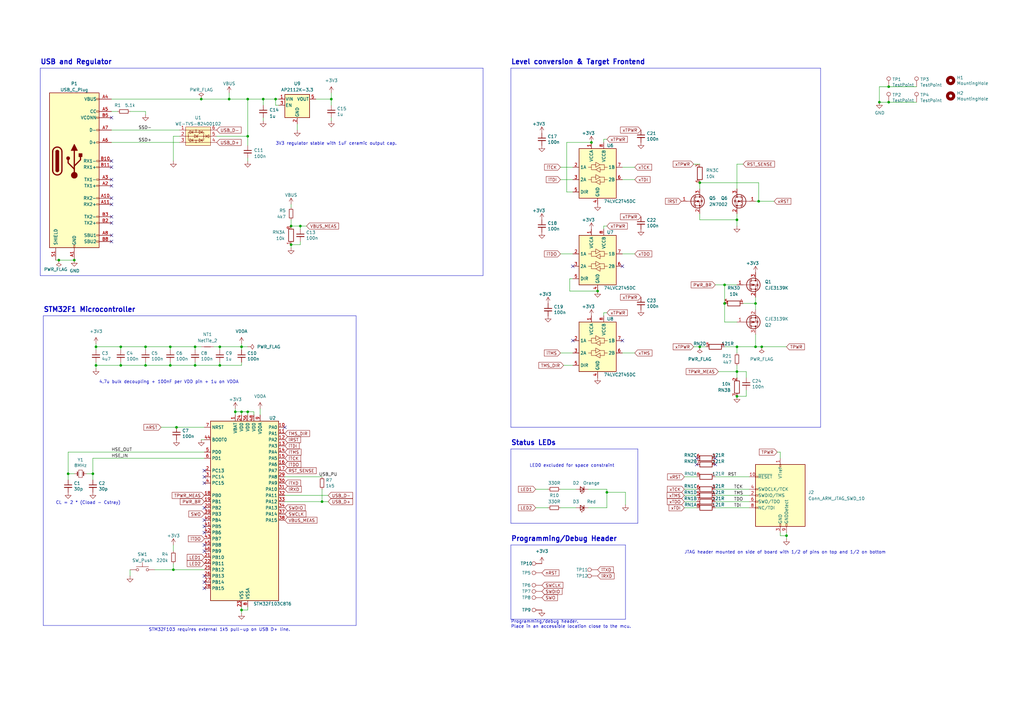
<source format=kicad_sch>
(kicad_sch (version 20230121) (generator eeschema)
  (paper "A3")
  (junction (at 99.06 250.19))
  (junction (at 90.17 149.86))
  (junction (at 99.06 142.24))
  (junction (at 59.69 142.24))
  (junction (at 107.95 40.64))
  (junction (at 39.37 142.24))
  (junction (at 24.13 106.68))
  (junction (at 302.26 152.4))
  (junction (at 49.53 142.24))
  (junction (at 360.68 41.91))
  (junction (at 364.49 35.56))
  (junction (at 297.18 116.84))
  (junction (at 132.08 205.74))
  (junction (at 93.98 40.64))
  (junction (at 322.58 219.71))
  (junction (at 135.89 40.64))
  (junction (at 38.1 194.31))
  (junction (at 309.88 142.24))
  (junction (at 101.6 55.88))
  (junction (at 59.69 149.86))
  (junction (at 119.38 100.33))
  (junction (at 312.42 142.24))
  (junction (at 82.55 40.64))
  (junction (at 245.11 119.38))
  (junction (at 101.6 168.91))
  (junction (at 80.01 142.24))
  (junction (at 302.26 142.24))
  (junction (at 287.02 142.24))
  (junction (at 119.38 92.71))
  (junction (at 99.06 168.91))
  (junction (at 90.17 142.24))
  (junction (at 311.15 82.55))
  (junction (at 309.88 124.46))
  (junction (at 80.01 149.86))
  (junction (at 71.12 233.68))
  (junction (at 72.39 175.26))
  (junction (at 49.53 149.86))
  (junction (at 30.48 106.68))
  (junction (at 39.37 149.86))
  (junction (at 27.94 194.31))
  (junction (at 297.18 124.46))
  (junction (at 69.85 149.86))
  (junction (at 96.52 168.91))
  (junction (at 101.6 40.64))
  (junction (at 113.03 40.64))
  (junction (at 242.57 58.42))
  (junction (at 302.26 162.56))
  (junction (at 287.02 74.93))
  (junction (at 302.26 90.17))
  (junction (at 248.92 201.93))
  (junction (at 364.49 41.91))
  (junction (at 69.85 142.24))
  (junction (at 123.19 92.71))
  (no_connect (at 83.82 198.12))
  (no_connect (at 293.37 190.5))
  (no_connect (at 83.82 218.44))
  (no_connect (at 83.82 195.58))
  (no_connect (at 45.72 73.66))
  (no_connect (at 45.72 68.58))
  (no_connect (at 83.82 208.28))
  (no_connect (at 45.72 81.28))
  (no_connect (at 45.72 96.52))
  (no_connect (at 234.95 139.7))
  (no_connect (at 285.75 187.96))
  (no_connect (at 45.72 88.9))
  (no_connect (at 83.82 238.76))
  (no_connect (at 45.72 99.06))
  (no_connect (at 45.72 66.04))
  (no_connect (at 83.82 215.9))
  (no_connect (at 255.27 139.7))
  (no_connect (at 116.84 175.26))
  (no_connect (at 83.82 223.52))
  (no_connect (at 83.82 193.04))
  (no_connect (at 45.72 48.26))
  (no_connect (at 45.72 91.44))
  (no_connect (at 83.82 213.36))
  (no_connect (at 45.72 83.82))
  (no_connect (at 293.37 187.96))
  (no_connect (at 285.75 190.5))
  (no_connect (at 234.95 109.22))
  (no_connect (at 83.82 236.22))
  (no_connect (at 255.27 109.22))
  (no_connect (at 83.82 241.3))
  (no_connect (at 45.72 76.2))
  (no_connect (at 83.82 226.06))
  (wire (pts (xy 287.02 90.17) (xy 302.26 90.17)))
  (wire (pts (xy 297.18 124.46) (xy 297.18 132.08)))
  (wire (pts (xy 287.02 74.93) (xy 287.02 77.47)))
  (wire (pts (xy 135.89 49.53) (xy 135.89 48.26)))
  (wire (pts (xy 306.07 162.56) (xy 302.26 162.56)))
  (wire (pts (xy 293.37 203.2) (xy 307.34 203.2)))
  (wire (pts (xy 101.6 55.88) (xy 101.6 59.69)))
  (wire (pts (xy 116.84 205.74) (xy 132.08 205.74)))
  (polyline (pts (xy 336.55 175.26) (xy 336.55 27.94)))
  (wire (pts (xy 45.72 53.34) (xy 73.66 53.34)))
  (polyline (pts (xy 209.55 175.26) (xy 336.55 175.26)))
  (wire (pts (xy 71.12 66.04) (xy 71.12 55.88)))
  (wire (pts (xy 123.19 92.71) (xy 125.73 92.71)))
  (wire (pts (xy 232.41 78.74) (xy 234.95 78.74)))
  (wire (pts (xy 284.48 142.24) (xy 287.02 142.24)))
  (wire (pts (xy 66.04 175.26) (xy 72.39 175.26)))
  (polyline (pts (xy 209.55 223.52) (xy 256.54 223.52)))
  (wire (pts (xy 87.63 142.24) (xy 90.17 142.24)))
  (polyline (pts (xy 16.51 27.94) (xy 16.51 113.03)))
  (wire (pts (xy 93.98 38.1) (xy 93.98 40.64)))
  (wire (pts (xy 35.56 194.31) (xy 38.1 194.31)))
  (wire (pts (xy 302.26 154.94) (xy 302.26 152.4)))
  (wire (pts (xy 260.35 104.14) (xy 255.27 104.14)))
  (wire (pts (xy 232.41 58.42) (xy 232.41 78.74)))
  (wire (pts (xy 247.65 58.42) (xy 247.65 57.15)))
  (wire (pts (xy 360.68 35.56) (xy 360.68 41.91)))
  (wire (pts (xy 107.95 40.64) (xy 113.03 40.64)))
  (wire (pts (xy 96.52 167.64) (xy 96.52 168.91)))
  (wire (pts (xy 99.06 250.19) (xy 99.06 248.92)))
  (wire (pts (xy 53.34 45.72) (xy 59.69 45.72)))
  (wire (pts (xy 69.85 148.59) (xy 69.85 149.86)))
  (wire (pts (xy 248.92 208.28) (xy 241.3 208.28)))
  (wire (pts (xy 247.65 93.98) (xy 247.65 92.71)))
  (wire (pts (xy 69.85 142.24) (xy 59.69 142.24)))
  (wire (pts (xy 49.53 142.24) (xy 49.53 143.51)))
  (wire (pts (xy 106.68 167.64) (xy 106.68 170.18)))
  (wire (pts (xy 219.71 200.66) (xy 224.79 200.66)))
  (polyline (pts (xy 256.54 223.52) (xy 256.54 254)))
  (wire (pts (xy 72.39 175.26) (xy 83.82 175.26)))
  (wire (pts (xy 284.48 67.31) (xy 287.02 67.31)))
  (wire (pts (xy 306.07 154.94) (xy 306.07 152.4)))
  (polyline (pts (xy 209.55 254) (xy 209.55 223.52)))
  (wire (pts (xy 219.71 208.28) (xy 224.79 208.28)))
  (wire (pts (xy 101.6 248.92) (xy 101.6 250.19)))
  (wire (pts (xy 119.38 83.82) (xy 119.38 85.09)))
  (wire (pts (xy 39.37 142.24) (xy 39.37 143.51)))
  (wire (pts (xy 360.68 41.91) (xy 364.49 41.91)))
  (wire (pts (xy 82.55 40.64) (xy 93.98 40.64)))
  (wire (pts (xy 119.38 100.33) (xy 119.38 101.6)))
  (wire (pts (xy 302.26 116.84) (xy 297.18 116.84)))
  (wire (pts (xy 311.15 82.55) (xy 311.15 74.93)))
  (wire (pts (xy 39.37 149.86) (xy 49.53 149.86)))
  (wire (pts (xy 49.53 149.86) (xy 59.69 149.86)))
  (polyline (pts (xy 261.62 184.15) (xy 261.62 214.63)))
  (wire (pts (xy 69.85 143.51) (xy 69.85 142.24)))
  (wire (pts (xy 229.87 208.28) (xy 236.22 208.28)))
  (polyline (pts (xy 336.55 27.94) (xy 209.55 27.94)))
  (wire (pts (xy 233.68 114.3) (xy 234.95 114.3)))
  (wire (pts (xy 69.85 142.24) (xy 80.01 142.24)))
  (wire (pts (xy 39.37 149.86) (xy 39.37 151.13)))
  (wire (pts (xy 59.69 148.59) (xy 59.69 149.86)))
  (wire (pts (xy 302.26 67.31) (xy 302.26 77.47)))
  (wire (pts (xy 38.1 196.85) (xy 38.1 194.31)))
  (wire (pts (xy 132.08 195.58) (xy 116.84 195.58)))
  (wire (pts (xy 80.01 148.59) (xy 80.01 149.86)))
  (wire (pts (xy 293.37 208.28) (xy 307.34 208.28)))
  (wire (pts (xy 101.6 170.18) (xy 101.6 168.91)))
  (wire (pts (xy 312.42 142.24) (xy 322.58 142.24)))
  (wire (pts (xy 90.17 148.59) (xy 90.17 149.86)))
  (wire (pts (xy 53.34 236.22) (xy 53.34 233.68)))
  (polyline (pts (xy 209.55 184.15) (xy 261.62 184.15)))
  (wire (pts (xy 113.03 40.64) (xy 114.3 40.64)))
  (wire (pts (xy 229.87 144.78) (xy 234.95 144.78)))
  (wire (pts (xy 80.01 143.51) (xy 80.01 142.24)))
  (wire (pts (xy 123.19 100.33) (xy 119.38 100.33)))
  (wire (pts (xy 27.94 196.85) (xy 27.94 194.31)))
  (wire (pts (xy 293.37 116.84) (xy 297.18 116.84)))
  (wire (pts (xy 302.26 90.17) (xy 302.26 87.63)))
  (polyline (pts (xy 17.78 129.54) (xy 17.78 256.54)))
  (wire (pts (xy 104.14 168.91) (xy 104.14 170.18)))
  (wire (pts (xy 320.04 218.44) (xy 320.04 219.71)))
  (wire (pts (xy 247.65 92.71) (xy 248.92 92.71)))
  (wire (pts (xy 320.04 185.42) (xy 320.04 187.96)))
  (wire (pts (xy 248.92 201.93) (xy 248.92 208.28)))
  (wire (pts (xy 304.8 67.31) (xy 302.26 67.31)))
  (wire (pts (xy 260.35 68.58) (xy 255.27 68.58)))
  (wire (pts (xy 59.69 142.24) (xy 49.53 142.24)))
  (wire (pts (xy 309.88 124.46) (xy 309.88 121.92)))
  (wire (pts (xy 287.02 142.24) (xy 289.56 142.24)))
  (wire (pts (xy 302.26 90.17) (xy 302.26 92.71)))
  (wire (pts (xy 99.06 250.19) (xy 101.6 250.19)))
  (wire (pts (xy 99.06 168.91) (xy 101.6 168.91)))
  (wire (pts (xy 121.92 50.8) (xy 121.92 53.34)))
  (polyline (pts (xy 146.05 256.54) (xy 146.05 129.54)))
  (wire (pts (xy 119.38 92.71) (xy 123.19 92.71)))
  (polyline (pts (xy 209.55 27.94) (xy 209.55 175.26)))
  (wire (pts (xy 248.92 200.66) (xy 248.92 201.93)))
  (wire (pts (xy 309.88 137.16) (xy 309.88 142.24)))
  (wire (pts (xy 59.69 45.72) (xy 59.69 46.99)))
  (wire (pts (xy 311.15 82.55) (xy 317.5 82.55)))
  (wire (pts (xy 248.92 201.93) (xy 256.54 201.93)))
  (wire (pts (xy 45.72 40.64) (xy 82.55 40.64)))
  (wire (pts (xy 45.72 58.42) (xy 73.66 58.42)))
  (wire (pts (xy 83.82 180.34) (xy 82.55 180.34)))
  (wire (pts (xy 134.62 203.2) (xy 116.84 203.2)))
  (wire (pts (xy 99.06 170.18) (xy 99.06 168.91)))
  (wire (pts (xy 231.14 149.86) (xy 234.95 149.86)))
  (polyline (pts (xy 209.55 254) (xy 256.54 254)))
  (wire (pts (xy 24.13 106.68) (xy 30.48 106.68)))
  (wire (pts (xy 280.67 200.66) (xy 285.75 200.66)))
  (wire (pts (xy 96.52 168.91) (xy 96.52 170.18)))
  (polyline (pts (xy 16.51 27.94) (xy 198.12 27.94)))
  (wire (pts (xy 293.37 205.74) (xy 307.34 205.74)))
  (wire (pts (xy 241.3 200.66) (xy 248.92 200.66)))
  (wire (pts (xy 80.01 142.24) (xy 82.55 142.24)))
  (wire (pts (xy 294.64 152.4) (xy 302.26 152.4)))
  (polyline (pts (xy 16.51 113.03) (xy 198.12 113.03)))
  (wire (pts (xy 99.06 149.86) (xy 99.06 148.59)))
  (wire (pts (xy 99.06 251.46) (xy 99.06 250.19)))
  (wire (pts (xy 302.26 149.86) (xy 302.26 152.4)))
  (wire (pts (xy 135.89 38.1) (xy 135.89 40.64)))
  (wire (pts (xy 101.6 40.64) (xy 107.95 40.64)))
  (wire (pts (xy 114.3 43.18) (xy 113.03 43.18)))
  (wire (pts (xy 364.49 35.56) (xy 360.68 35.56)))
  (wire (pts (xy 280.67 208.28) (xy 285.75 208.28)))
  (wire (pts (xy 49.53 149.86) (xy 49.53 148.59)))
  (wire (pts (xy 247.65 129.54) (xy 247.65 128.27)))
  (wire (pts (xy 229.87 104.14) (xy 234.95 104.14)))
  (wire (pts (xy 132.08 200.66) (xy 132.08 205.74)))
  (wire (pts (xy 309.88 142.24) (xy 312.42 142.24)))
  (wire (pts (xy 90.17 149.86) (xy 99.06 149.86)))
  (wire (pts (xy 280.67 205.74) (xy 285.75 205.74)))
  (polyline (pts (xy 198.12 113.03) (xy 198.12 27.94)))
  (wire (pts (xy 99.06 143.51) (xy 99.06 142.24)))
  (wire (pts (xy 71.12 233.68) (xy 83.82 233.68)))
  (wire (pts (xy 93.98 40.64) (xy 101.6 40.64)))
  (wire (pts (xy 101.6 55.88) (xy 101.6 40.64)))
  (wire (pts (xy 297.18 132.08) (xy 302.26 132.08)))
  (wire (pts (xy 119.38 90.17) (xy 119.38 92.71)))
  (wire (pts (xy 302.26 142.24) (xy 302.26 144.78)))
  (wire (pts (xy 107.95 48.26) (xy 107.95 49.53)))
  (wire (pts (xy 123.19 99.06) (xy 123.19 100.33)))
  (wire (pts (xy 306.07 162.56) (xy 306.07 160.02)))
  (wire (pts (xy 375.92 35.56) (xy 364.49 35.56)))
  (wire (pts (xy 88.9 55.88) (xy 101.6 55.88)))
  (polyline (pts (xy 209.55 214.63) (xy 209.55 184.15)))
  (wire (pts (xy 304.8 124.46) (xy 309.88 124.46)))
  (wire (pts (xy 302.26 142.24) (xy 309.88 142.24)))
  (wire (pts (xy 135.89 40.64) (xy 135.89 43.18)))
  (wire (pts (xy 99.06 142.24) (xy 90.17 142.24)))
  (wire (pts (xy 247.65 57.15) (xy 248.92 57.15)))
  (wire (pts (xy 242.57 58.42) (xy 232.41 58.42)))
  (wire (pts (xy 113.03 43.18) (xy 113.03 40.64)))
  (wire (pts (xy 229.87 200.66) (xy 236.22 200.66)))
  (wire (pts (xy 229.87 68.58) (xy 234.95 68.58)))
  (polyline (pts (xy 209.55 214.63) (xy 261.62 214.63)))
  (wire (pts (xy 322.58 219.71) (xy 322.58 218.44)))
  (wire (pts (xy 80.01 149.86) (xy 90.17 149.86)))
  (wire (pts (xy 38.1 187.96) (xy 83.82 187.96)))
  (wire (pts (xy 297.18 116.84) (xy 297.18 124.46)))
  (polyline (pts (xy 17.78 256.54) (xy 146.05 256.54)))
  (wire (pts (xy 63.5 233.68) (xy 71.12 233.68)))
  (wire (pts (xy 101.6 142.24) (xy 99.06 142.24)))
  (wire (pts (xy 59.69 149.86) (xy 69.85 149.86)))
  (wire (pts (xy 39.37 148.59) (xy 39.37 149.86)))
  (wire (pts (xy 69.85 149.86) (xy 80.01 149.86)))
  (wire (pts (xy 22.86 106.68) (xy 24.13 106.68)))
  (wire (pts (xy 260.35 73.66) (xy 255.27 73.66)))
  (wire (pts (xy 297.18 142.24) (xy 302.26 142.24)))
  (wire (pts (xy 306.07 152.4) (xy 302.26 152.4)))
  (wire (pts (xy 260.35 144.78) (xy 255.27 144.78)))
  (wire (pts (xy 293.37 195.58) (xy 307.34 195.58)))
  (wire (pts (xy 90.17 143.51) (xy 90.17 142.24)))
  (wire (pts (xy 59.69 143.51) (xy 59.69 142.24)))
  (wire (pts (xy 233.68 119.38) (xy 245.11 119.38)))
  (wire (pts (xy 107.95 40.64) (xy 107.95 43.18)))
  (wire (pts (xy 48.26 45.72) (xy 45.72 45.72)))
  (wire (pts (xy 293.37 200.66) (xy 307.34 200.66)))
  (wire (pts (xy 322.58 219.71) (xy 322.58 220.98)))
  (wire (pts (xy 311.15 74.93) (xy 287.02 74.93)))
  (wire (pts (xy 132.08 205.74) (xy 134.62 205.74)))
  (wire (pts (xy 287.02 87.63) (xy 287.02 90.17)))
  (wire (pts (xy 229.87 73.66) (xy 234.95 73.66)))
  (wire (pts (xy 311.15 82.55) (xy 309.88 82.55)))
  (wire (pts (xy 101.6 168.91) (xy 104.14 168.91)))
  (wire (pts (xy 71.12 223.52) (xy 71.12 226.06)))
  (wire (pts (xy 71.12 231.14) (xy 71.12 233.68)))
  (wire (pts (xy 280.67 203.2) (xy 285.75 203.2)))
  (wire (pts (xy 247.65 128.27) (xy 248.92 128.27)))
  (wire (pts (xy 364.49 41.91) (xy 375.92 41.91)))
  (polyline (pts (xy 146.05 129.54) (xy 17.78 129.54)))
  (wire (pts (xy 309.88 124.46) (xy 309.88 127)))
  (wire (pts (xy 280.67 195.58) (xy 285.75 195.58)))
  (wire (pts (xy 27.94 194.31) (xy 30.48 194.31)))
  (wire (pts (xy 129.54 40.64) (xy 135.89 40.64)))
  (wire (pts (xy 39.37 140.97) (xy 39.37 142.24)))
  (wire (pts (xy 256.54 201.93) (xy 256.54 207.01)))
  (wire (pts (xy 71.12 55.88) (xy 73.66 55.88)))
  (wire (pts (xy 27.94 185.42) (xy 27.94 194.31)))
  (wire (pts (xy 38.1 194.31) (xy 38.1 187.96)))
  (wire (pts (xy 318.77 185.42) (xy 320.04 185.42)))
  (wire (pts (xy 123.19 93.98) (xy 123.19 92.71)))
  (wire (pts (xy 101.6 64.77) (xy 101.6 66.04)))
  (wire (pts (xy 99.06 140.97) (xy 99.06 142.24)))
  (wire (pts (xy 27.94 185.42) (xy 83.82 185.42)))
  (wire (pts (xy 96.52 168.91) (xy 99.06 168.91)))
  (wire (pts (xy 320.04 219.71) (xy 322.58 219.71)))
  (wire (pts (xy 49.53 142.24) (xy 39.37 142.24)))
  (wire (pts (xy 233.68 114.3) (xy 233.68 119.38)))
  (text "JTAG header mounted on side of board with 1/2 of pins on top and 1/2 on bottom" (at 280.67 227.33 0) (effects (font (size 1.27 1.27)) (justify left bottom)))
  (text "Programming/debug header.\nPlace in an accessible location close to the mcu." (at 209.55 257.81 0) (effects (font (size 1.27 1.27)) (justify left bottom)))
  (text "CL = 2 * (Cload - Cstray)" (at 22.86 207.01 0) (effects (font (size 1.27 1.27)) (justify left bottom)))
  (text "STM32F103 requires external 1k5 pull-up on USB D+ line." (at 60.96 259.08 0) (effects (font (size 1.27 1.27)) (justify left bottom)))
  (text "USB and Regulator" (at 16.51 26.67 0) (effects (font (size 2.0066 2.0066) (thickness 0.4013) bold) (justify left bottom)))
  (text "Level conversion & Target Frontend" (at 209.55 26.67 0) (effects (font (size 2.0066 2.0066) (thickness 0.4013) bold) (justify left bottom)))
  (text "STM32F1 Microcontroller" (at 17.78 128.27 0) (effects (font (size 2.0066 2.0066) (thickness 0.4013) bold) (justify left bottom)))
  (text "Status LEDs" (at 209.55 182.88 0) (effects (font (size 2.0066 2.0066) (thickness 0.4013) bold) (justify left bottom)))
  (text "Programming/Debug Header" (at 209.55 222.25 0) (effects (font (size 2.0066 2.0066) (thickness 0.4013) bold) (justify left bottom)))
  (text "4.7u bulk decoupling + 100nF per VDD pin + 1u on VDDA" (at 40.64 157.48 0) (effects (font (size 1.27 1.27)) (justify left bottom)))
  (text "3V3 regulator stable with 1uF ceramic output cap." (at 113.03 59.69 0) (effects (font (size 1.27 1.27)) (justify left bottom)))
  (text "LED0 excluded for space constraint" (at 217.17 191.77 0) (effects (font (size 1.27 1.27)) (justify left bottom)))
  (label "TMS" (at 300.99 203.2 0))
  (label "HSE_IN" (at 45.72 187.96 0))
  (label "SSD+" (at 62.23 58.42 180))
  (label "TDO" (at 300.99 205.74 0))
  (label "TDI" (at 300.99 208.28 0))
  (label "RST" (at 298.45 195.58 0))
  (label "USB_PU" (at 130.81 195.58 0))
  (label "SSD-" (at 62.23 53.34 180))
  (label "HSE_OUT" (at 45.72 185.42 0))
  (label "TCK" (at 300.99 200.66 0))
  (global_label "xTPWR" (shape input) (at 284.48 67.31 180) (property "Intersheetrefs" "${INTERSHEET_REFS}" (effects hide)))
  (global_label "SWDIO" (shape input) (at 222.25 242.57 0) (property "Intersheetrefs" "${INTERSHEET_REFS}" (effects hide)))
  (global_label "SWDIO" (shape input) (at 116.84 208.28 0) (property "Intersheetrefs" "${INTERSHEET_REFS}" (effects hide)))
  (global_label "SWO" (shape input) (at 83.82 210.82 180) (property "Intersheetrefs" "${INTERSHEET_REFS}" (effects hide)))
  (global_label "iTDI" (shape input) (at 116.84 182.88 0) (property "Intersheetrefs" "${INTERSHEET_REFS}" (effects hide)))
  (global_label "xTPWR" (shape input) (at 262.89 53.34 180) (property "Intersheetrefs" "${INTERSHEET_REFS}" (effects hide)))
  (global_label "TPWR_MEAS" (shape input) (at 294.64 152.4 180) (property "Intersheetrefs" "${INTERSHEET_REFS}" (effects hide)))
  (global_label "iTCK" (shape input) (at 229.87 68.58 180) (property "Intersheetrefs" "${INTERSHEET_REFS}" (effects hide)))
  (global_label "USB_D+" (shape input) (at 88.9 58.42 0) (property "Intersheetrefs" "${INTERSHEET_REFS}" (effects hide)))
  (global_label "SWCLK" (shape input) (at 116.84 210.82 0) (property "Intersheetrefs" "${INTERSHEET_REFS}" (effects hide)))
  (global_label "xTMS" (shape input) (at 280.67 203.2 180) (property "Intersheetrefs" "${INTERSHEET_REFS}" (effects hide)))
  (global_label "iTDO" (shape input) (at 229.87 104.14 180) (property "Intersheetrefs" "${INTERSHEET_REFS}" (effects hide)))
  (global_label "xTDO" (shape input) (at 260.35 104.14 0) (property "Intersheetrefs" "${INTERSHEET_REFS}" (effects hide)))
  (global_label "iRXD" (shape input) (at 116.84 200.66 0) (property "Intersheetrefs" "${INTERSHEET_REFS}" (effects hide)))
  (global_label "xTMS" (shape input) (at 260.35 144.78 0) (property "Intersheetrefs" "${INTERSHEET_REFS}" (effects hide)))
  (global_label "LED1" (shape input) (at 83.82 228.6 180) (property "Intersheetrefs" "${INTERSHEET_REFS}" (effects hide)))
  (global_label "TPWR_MEAS" (shape input) (at 83.82 203.2 180) (property "Intersheetrefs" "${INTERSHEET_REFS}" (effects hide)))
  (global_label "SWCLK" (shape input) (at 222.25 240.03 0) (property "Intersheetrefs" "${INTERSHEET_REFS}" (effects hide)))
  (global_label "PWR_BR" (shape input) (at 293.37 116.84 180) (property "Intersheetrefs" "${INTERSHEET_REFS}" (effects hide)))
  (global_label "xRST" (shape input) (at 280.67 195.58 180) (property "Intersheetrefs" "${INTERSHEET_REFS}" (effects hide)))
  (global_label "LED2" (shape input) (at 219.71 208.28 180) (property "Intersheetrefs" "${INTERSHEET_REFS}" (effects hide)))
  (global_label "TMS_DIR" (shape input) (at 231.14 149.86 180) (property "Intersheetrefs" "${INTERSHEET_REFS}" (effects hide)))
  (global_label "TPWR" (shape input) (at 318.77 185.42 180) (property "Intersheetrefs" "${INTERSHEET_REFS}" (effects hide)))
  (global_label "xRST" (shape input) (at 317.5 82.55 0) (property "Intersheetrefs" "${INTERSHEET_REFS}" (effects hide)))
  (global_label "xTCK" (shape input) (at 260.35 68.58 0) (property "Intersheetrefs" "${INTERSHEET_REFS}" (effects hide)))
  (global_label "xTPWR" (shape input) (at 248.92 128.27 0) (property "Intersheetrefs" "${INTERSHEET_REFS}" (effects hide)))
  (global_label "iTMS" (shape input) (at 116.84 185.42 0) (property "Intersheetrefs" "${INTERSHEET_REFS}" (effects hide)))
  (global_label "iTCK" (shape input) (at 116.84 187.96 0) (property "Intersheetrefs" "${INTERSHEET_REFS}" (effects hide)))
  (global_label "RST_SENSE" (shape input) (at 116.84 193.04 0) (property "Intersheetrefs" "${INTERSHEET_REFS}" (effects hide)))
  (global_label "xTDI" (shape input) (at 260.35 73.66 0) (property "Intersheetrefs" "${INTERSHEET_REFS}" (effects hide)))
  (global_label "TMS_DIR" (shape input) (at 116.84 177.8 0) (property "Intersheetrefs" "${INTERSHEET_REFS}" (effects hide)))
  (global_label "VBUS_MEAS" (shape input) (at 116.84 213.36 0) (property "Intersheetrefs" "${INTERSHEET_REFS}" (effects hide)))
  (global_label "LED2" (shape input) (at 83.82 231.14 180) (property "Intersheetrefs" "${INTERSHEET_REFS}" (effects hide)))
  (global_label "xTPWR" (shape input) (at 262.89 121.92 180) (property "Intersheetrefs" "${INTERSHEET_REFS}" (effects hide)))
  (global_label "xTPWR" (shape input) (at 262.89 88.9 180) (property "Intersheetrefs" "${INTERSHEET_REFS}" (effects hide)))
  (global_label "LED1" (shape input) (at 219.71 200.66 180) (property "Intersheetrefs" "${INTERSHEET_REFS}" (effects hide)))
  (global_label "xTPWR" (shape input) (at 248.92 92.71 0) (property "Intersheetrefs" "${INTERSHEET_REFS}" (effects hide)))
  (global_label "USB_D-" (shape input) (at 88.9 53.34 0) (property "Intersheetrefs" "${INTERSHEET_REFS}" (effects hide)))
  (global_label "USB_D-" (shape input) (at 134.62 203.2 0) (property "Intersheetrefs" "${INTERSHEET_REFS}" (effects hide)))
  (global_label "iTDO" (shape input) (at 116.84 190.5 0) (property "Intersheetrefs" "${INTERSHEET_REFS}" (effects hide)))
  (global_label "USB_D+" (shape input) (at 134.62 205.74 0) (property "Intersheetrefs" "${INTERSHEET_REFS}" (effects hide)))
  (global_label "iRST" (shape input) (at 116.84 180.34 0) (property "Intersheetrefs" "${INTERSHEET_REFS}" (effects hide)))
  (global_label "VBUS_MEAS" (shape input) (at 125.73 92.71 0) (property "Intersheetrefs" "${INTERSHEET_REFS}" (effects hide)))
  (global_label "xTPWR" (shape input) (at 284.48 142.24 180) (property "Intersheetrefs" "${INTERSHEET_REFS}" (effects hide)))
  (global_label "nRST" (shape input) (at 66.04 175.26 180) (property "Intersheetrefs" "${INTERSHEET_REFS}" (effects hide)))
  (global_label "xTDO" (shape input) (at 280.67 205.74 180) (property "Intersheetrefs" "${INTERSHEET_REFS}" (effects hide)))
  (global_label "iRST" (shape input) (at 279.4 82.55 180) (property "Intersheetrefs" "${INTERSHEET_REFS}" (effects hide)))
  (global_label "RST_SENSE" (shape input) (at 304.8 67.31 0) (property "Intersheetrefs" "${INTERSHEET_REFS}" (effects hide)))
  (global_label "xTCK" (shape input) (at 280.67 200.66 180) (property "Intersheetrefs" "${INTERSHEET_REFS}" (effects hide)))
  (global_label "SWO" (shape input) (at 222.25 245.11 0) (property "Intersheetrefs" "${INTERSHEET_REFS}" (effects hide)))
  (global_label "TPWR" (shape input) (at 322.58 142.24 0) (property "Intersheetrefs" "${INTERSHEET_REFS}" (effects hide)))
  (global_label "xTDI" (shape input) (at 280.67 208.28 180) (property "Intersheetrefs" "${INTERSHEET_REFS}" (effects hide)))
  (global_label "PWR_BR" (shape input) (at 83.82 205.74 180) (property "Intersheetrefs" "${INTERSHEET_REFS}" (effects hide)))
  (global_label "iRXD" (shape input) (at 245.11 236.22 0) (property "Intersheetrefs" "${INTERSHEET_REFS}" (effects hide)))
  (global_label "xTPWR" (shape input) (at 248.92 57.15 0) (property "Intersheetrefs" "${INTERSHEET_REFS}" (effects hide)))
  (global_label "iTXD" (shape input) (at 116.84 198.12 0) (property "Intersheetrefs" "${INTERSHEET_REFS}" (effects hide)))
  (global_label "iTDO" (shape input) (at 83.82 220.98 180) (property "Intersheetrefs" "${INTERSHEET_REFS}" (effects hide)))
  (global_label "iTXD" (shape input) (at 245.11 233.68 0) (property "Intersheetrefs" "${INTERSHEET_REFS}" (effects hide)))
  (global_label "iTMS" (shape input) (at 229.87 144.78 180) (property "Intersheetrefs" "${INTERSHEET_REFS}" (effects hide)))
  (global_label "iTDI" (shape input) (at 229.87 73.66 180) (property "Intersheetrefs" "${INTERSHEET_REFS}" (effects hide)))
  (global_label "nRST" (shape input) (at 222.25 234.95 0) (property "Intersheetrefs" "${INTERSHEET_REFS}" (effects hide)))
  (symbol (lib_id "power:VBUS") (at 93.98 38.1 0) (unit 1)
    (property "Reference" "#PWR019" (effects hide))
    (property "Value" "VBUS" (at 93.98 34.29 0))
  )
  (symbol (lib_id "Logic_LevelTranslator:74LVC2T45DC") (at 245.11 71.12 0) (unit 1)
    (property "Reference" "U6" (at 248.92 59.69 0) (effects (justify left)))
    (property "Value" "74LVC2T45DC" (at 247.65 82.55 0) (effects (justify left)))
    (property "Footprint" "Package_SO:VSSOP-8_2.3x2mm_P0.5mm" (effects hide))
    (property "Datasheet" "https://assets.nexperia.com/documents/data-sheet/74LVC_LVCH2T45.pdf" (effects hide))
    (property "LCSC" "C2652936" (effects hide))
  )
  (symbol (lib_id "Connector:TestPoint") (at 222.25 242.57 90) (mirror x) (unit 1)
    (property "Reference" "TP7" (at 215.9 242.57 90))
    (property "Value" "TestPoint" (effects hide))
    (property "Footprint" "TestPoint:TestPoint_Pad_D1.5mm" (effects hide))
  )
  (symbol (lib_id "power:PWR_FLAG") (at 287.02 142.24 180) (unit 1)
    (property "Reference" "#FLG03" (effects hide))
    (property "Value" "PWR_FLAG" (at 287.02 147.32 0))
  )
  (symbol (lib_id "Device:R_Small") (at 302.26 147.32 0) (mirror x) (unit 1)
    (property "Reference" "R21" (at 300.1215 146.05 0) (effects (justify right)))
    (property "Value" "4k7" (at 300.1215 148.59 0) (effects (justify right)))
    (property "Footprint" "Resistor_SMD:R_0402_1005Metric" (effects hide))
    (property "LCSC" "C163826" (effects hide))
  )
  (symbol (lib_id "Mechanical:MountingHole") (at 389.89 39.37 0) (unit 1)
    (property "Reference" "H2" (at 392.43 38.2016 0) (effects (justify left)))
    (property "Value" "MountingHole" (at 392.43 40.513 0) (effects (justify left)))
    (property "Footprint" "MountingHole:MountingHole_2.2mm_M2" (effects hide))
  )
  (symbol (lib_id "power:PWR_FLAG") (at 101.6 142.24 270) (unit 1)
    (property "Reference" "#FLG05" (effects hide))
    (property "Value" "PWR_FLAG" (at 105.41 142.24 90) (effects (justify left)))
  )
  (symbol (lib_id "power:GND") (at 119.38 101.6 0) (unit 1)
    (property "Reference" "#PWR018" (effects hide))
    (property "Value" "GND" (effects hide))
  )
  (symbol (lib_id "power:GND") (at 245.11 83.82 0) (unit 1)
    (property "Reference" "#PWR040" (effects hide))
    (property "Value" "GND" (effects hide))
  )
  (symbol (lib_id "power:GND") (at 322.58 220.98 0) (unit 1)
    (property "Reference" "#PWR047" (effects hide))
    (property "Value" "GND" (effects hide))
  )
  (symbol (lib_id "Connector:TestPoint") (at 364.49 41.91 0) (unit 1)
    (property "Reference" "TP2" (at 365.9632 38.9128 0) (effects (justify left)))
    (property "Value" "TestPoint" (at 365.9632 41.2242 0) (effects (justify left)))
    (property "Footprint" "TestPoint:TestPoint_Pad_1.5x1.5mm" (effects hide))
  )
  (symbol (lib_id "Connector:TestPoint") (at 245.11 233.68 90) (mirror x) (unit 1)
    (property "Reference" "TP11" (at 238.76 233.68 90))
    (property "Value" "TestPoint" (effects hide))
    (property "Footprint" "TestPoint:TestPoint_Pad_D1.5mm" (effects hide))
  )
  (symbol (lib_id "Device:C_Small") (at 262.89 55.88 0) (unit 1)
    (property "Reference" "C21" (at 265.2268 54.7116 0) (effects (justify left)))
    (property "Value" "100n" (at 265.2268 57.023 0) (effects (justify left)))
    (property "Footprint" "Capacitor_SMD:C_0402_1005Metric" (effects hide))
    (property "LCSC" "C307331" (effects hide))
  )
  (symbol (lib_id "power:+3V3") (at 222.25 231.14 0) (unit 1)
    (property "Reference" "#PWR024" (effects hide))
    (property "Value" "+3V3" (at 222.25 226.06 0))
  )
  (symbol (lib_id "Device:R_Small") (at 227.33 200.66 90) (unit 1)
    (property "Reference" "R9" (effects hide))
    (property "Value" "330R" (at 227.33 198.12 90))
    (property "Footprint" "Resistor_SMD:R_0402_1005Metric" (effects hide))
    (property "LCSC" "C25104" (effects hide))
  )
  (symbol (lib_id "power:GND") (at 245.11 154.94 0) (unit 1)
    (property "Reference" "#PWR042" (effects hide))
    (property "Value" "GND" (effects hide))
  )
  (symbol (lib_id "Device:C_Small") (at 80.01 146.05 0) (unit 1)
    (property "Reference" "C8" (at 82.3468 144.8816 0) (effects (justify left)))
    (property "Value" "100n" (at 82.3468 147.193 0) (effects (justify left)))
    (property "Footprint" "Capacitor_SMD:C_0402_1005Metric" (effects hide))
    (property "LCSC" "C307331" (effects hide))
  )
  (symbol (lib_id "Device:R_Pack04_Split") (at 289.56 195.58 90) (unit 1)
    (property "Reference" "RN2" (at 283.21 194.31 90))
    (property "Value" "121R" (at 294.64 194.31 90))
    (property "Footprint" "Resistor_SMD:R_Array_Convex_4x0402" (effects hide))
    (property "LCSC" "C728706" (effects hide))
  )
  (symbol (lib_id "power:GND") (at 360.68 41.91 0) (unit 1)
    (property "Reference" "#PWR054" (effects hide))
    (property "Value" "GND" (at 360.807 46.3042 0))
  )
  (symbol (lib_id "Device:C_Small") (at 69.85 146.05 0) (unit 1)
    (property "Reference" "C6" (at 72.1868 144.8816 0) (effects (justify left)))
    (property "Value" "100n" (at 72.1868 147.193 0) (effects (justify left)))
    (property "Footprint" "Capacitor_SMD:C_0402_1005Metric" (effects hide))
    (property "LCSC" "C307331" (effects hide))
  )
  (symbol (lib_id "power:+3V3") (at 242.57 129.54 0) (unit 1)
    (property "Reference" "#PWR038" (effects hide))
    (property "Value" "+3V3" (at 241.3 125.73 0))
  )
  (symbol (lib_id "power:GND") (at 82.55 180.34 0) (unit 1)
    (property "Reference" "#PWR011" (effects hide))
    (property "Value" "GND" (effects hide))
  )
  (symbol (lib_id "power:+3V3") (at 71.12 223.52 0) (unit 1)
    (property "Reference" "#PWR09" (effects hide))
    (property "Value" "+3V3" (at 71.12 219.71 0))
  )
  (symbol (lib_id "power:GND") (at 27.94 201.93 0) (unit 1)
    (property "Reference" "#PWR01" (effects hide))
    (property "Value" "GND" (effects hide))
  )
  (symbol (lib_id "Device:LED_Small") (at 238.76 208.28 180) (unit 1)
    (property "Reference" "D3" (at 236.22 205.74 0))
    (property "Value" "Red" (at 242.57 205.74 0))
    (property "Footprint" "Connectors:LED_THT_Edge Mount" (effects hide))
  )
  (symbol (lib_id "Device:R_Pack04_Split") (at 289.56 187.96 90) (unit 3)
    (property "Reference" "RN2" (at 283.21 186.69 90))
    (property "Value" "121R" (at 294.64 186.69 90))
    (property "Footprint" "Resistor_SMD:R_Array_Convex_4x0402" (effects hide))
    (property "LCSC" "C728706" (effects hide))
  )
  (symbol (lib_id "Connector:USB_C_Plug") (at 30.48 66.04 0) (unit 1)
    (property "Reference" "P1" (at 30.48 34.29 0))
    (property "Value" "USB_C_Plug" (at 30.48 36.83 0))
    (property "Footprint" "Expansion_Card:USB_C_Plug_Molex_105444" (effects hide))
    (property "Datasheet" "https://www.usb.org/sites/default/files/documents/usb_type-c.zip" (effects hide))
  )
  (symbol (lib_id "Device:R_Small") (at 132.08 198.12 0) (unit 1)
    (property "Reference" "R7" (at 133.5786 196.9516 0) (effects (justify left)))
    (property "Value" "1k5" (at 133.5786 199.263 0) (effects (justify left)))
    (property "Footprint" "Resistor_SMD:R_0402_1005Metric" (effects hide))
    (property "LCSC" "C25867" (effects hide))
  )
  (symbol (lib_id "Device:C_Small") (at 107.95 45.72 0) (unit 1)
    (property "Reference" "C14" (at 110.49 45.0913 0) (effects (justify left)))
    (property "Value" "1u" (at 110.49 47.6313 0) (effects (justify left)))
    (property "Footprint" "Capacitor_SMD:C_0402_1005Metric" (effects hide))
    (property "LCSC" "C52923" (effects hide))
  )
  (symbol (lib_id "Device:R_Small") (at 119.38 87.63 0) (mirror x) (unit 1)
    (property "Reference" "R5" (at 117.2415 86.36 0) (effects (justify right)))
    (property "Value" "4k7" (at 117.2415 88.9 0) (effects (justify right)))
    (property "Footprint" "Resistor_SMD:R_0402_1005Metric" (effects hide))
    (property "LCSC" "C163826" (effects hide))
  )
  (symbol (lib_id "Mechanical:MountingHole") (at 389.89 33.02 0) (unit 1)
    (property "Reference" "H1" (at 392.43 31.8516 0) (effects (justify left)))
    (property "Value" "MountingHole" (at 392.43 34.163 0) (effects (justify left)))
    (property "Footprint" "MountingHole:MountingHole_2.2mm_M2" (effects hide))
  )
  (symbol (lib_id "power:GND") (at 71.12 66.04 0) (unit 1)
    (property "Reference" "#PWR08" (effects hide))
    (property "Value" "GND" (effects hide))
  )
  (symbol (lib_id "power:GND") (at 302.26 162.56 0) (unit 1)
    (property "Reference" "#PWR050" (effects hide))
    (property "Value" "GND" (effects hide))
  )
  (symbol (lib_id "Device:C_Small") (at 222.25 92.71 0) (unit 1)
    (property "Reference" "C18" (at 224.5868 91.5416 0) (effects (justify left)))
    (property "Value" "100n" (at 224.5868 93.853 0) (effects (justify left)))
    (property "Footprint" "Capacitor_SMD:C_0402_1005Metric" (effects hide))
    (property "LCSC" "C307331" (effects hide))
  )
  (symbol (lib_id "power:+3V3") (at 96.52 167.64 0) (unit 1)
    (property "Reference" "#PWR012" (effects hide))
    (property "Value" "+3V3" (at 96.52 163.83 0))
  )
  (symbol (lib_id "power:GND") (at 39.37 151.13 0) (unit 1)
    (property "Reference" "#PWR05" (effects hide))
    (property "Value" "GND" (effects hide))
  )
  (symbol (lib_id "power:GND") (at 101.6 66.04 0) (unit 1)
    (property "Reference" "#PWR014" (effects hide))
    (property "Value" "GND" (effects hide))
  )
  (symbol (lib_id "Device:C_Small") (at 262.89 91.44 0) (unit 1)
    (property "Reference" "C22" (at 265.2268 90.2716 0) (effects (justify left)))
    (property "Value" "100n" (at 265.2268 92.583 0) (effects (justify left)))
    (property "Footprint" "Capacitor_SMD:C_0402_1005Metric" (effects hide))
    (property "LCSC" "C307331" (effects hide))
  )
  (symbol (lib_id "Logic_LevelTranslator:74LVC2T45DC") (at 245.11 142.24 0) (unit 1)
    (property "Reference" "U8" (at 248.92 130.81 0) (effects (justify left)))
    (property "Value" "74LVC2T45DC" (at 247.65 153.67 0) (effects (justify left)))
    (property "Footprint" "Package_SO:VSSOP-8_2.3x2mm_P0.5mm" (effects hide))
    (property "Datasheet" "https://assets.nexperia.com/documents/data-sheet/74LVC_LVCH2T45.pdf" (effects hide))
    (property "LCSC" "C2652936" (effects hide))
  )
  (symbol (lib_id "power:VDDA") (at 99.06 140.97 0) (unit 1)
    (property "Reference" "#PWR015" (effects hide))
    (property "Value" "VDDA" (at 99.06 135.89 0))
  )
  (symbol (lib_id "power:GND") (at 222.25 59.69 0) (unit 1)
    (property "Reference" "#PWR030" (effects hide))
    (property "Value" "GND" (effects hide))
  )
  (symbol (lib_id "Connector:TestPoint") (at 222.25 245.11 90) (mirror x) (unit 1)
    (property "Reference" "TP8" (at 215.9 245.11 90))
    (property "Value" "TestPoint" (effects hide))
    (property "Footprint" "TestPoint:TestPoint_Pad_D1.5mm" (effects hide))
  )
  (symbol (lib_id "Device:C_Small") (at 99.06 146.05 0) (unit 1)
    (property "Reference" "C10" (at 101.3968 144.8816 0) (effects (justify left)))
    (property "Value" "100n" (at 101.3968 147.193 0) (effects (justify left)))
    (property "Footprint" "Capacitor_SMD:C_0402_1005Metric" (effects hide))
    (property "LCSC" "C307331" (effects hide))
  )
  (symbol (lib_id "Device:R_Small") (at 227.33 208.28 90) (unit 1)
    (property "Reference" "R10" (at 227.33 203.2 90))
    (property "Value" "330R" (at 227.33 205.74 90))
    (property "Footprint" "Resistor_SMD:R_0402_1005Metric" (effects hide))
    (property "LCSC" "C25104" (effects hide))
  )
  (symbol (lib_id "Device:R_Pack04_Split") (at 289.56 190.5 90) (unit 2)
    (property "Reference" "RN2" (at 283.21 189.23 90))
    (property "Value" "121R" (at 294.64 189.23 90))
    (property "Footprint" "Resistor_SMD:R_Array_Convex_4x0402" (effects hide))
    (property "LCSC" "C728706" (effects hide))
  )
  (symbol (lib_id "Device:NetTie_2") (at 85.09 142.24 0) (unit 1) (in_bom no)
    (property "Reference" "NT1" (at 85.09 137.16 0))
    (property "Value" "NetTie_2" (at 85.09 139.7 0))
    (property "Footprint" "NetTie:NetTie-2_SMD_Pad0.5mm" (effects hide))
  )
  (symbol (lib_id "Connector:TestPoint") (at 222.25 234.95 90) (mirror x) (unit 1)
    (property "Reference" "TP5" (at 215.9 234.95 90))
    (property "Value" "TestPoint" (effects hide))
    (property "Footprint" "TestPoint:TestPoint_Pad_D1.5mm" (effects hide))
  )
  (symbol (lib_id "Device:R_Pack04_Split") (at 287.02 71.12 180) (unit 3)
    (property "Reference" "RN3" (at 289.56 69.85 0) (effects (justify right)))
    (property "Value" "10k" (at 289.56 72.39 0) (effects (justify right)))
    (property "Footprint" "Resistor_SMD:R_Array_Convex_4x0402" (effects hide))
    (property "LCSC" "C25725" (effects hide))
  )
  (symbol (lib_id "Device:C_Small") (at 224.79 127 0) (unit 1)
    (property "Reference" "C19" (at 227.1268 125.8316 0) (effects (justify left)))
    (property "Value" "100n" (at 227.1268 128.143 0) (effects (justify left)))
    (property "Footprint" "Capacitor_SMD:C_0402_1005Metric" (effects hide))
    (property "LCSC" "C307331" (effects hide))
  )
  (symbol (lib_id "Switch:SW_Push") (at 58.42 233.68 0) (unit 1)
    (property "Reference" "SW1" (at 58.42 227.33 0))
    (property "Value" "SW_Push" (at 58.42 229.87 0))
    (property "Footprint" "Button_Switch_SMD:SW_Push_SPST_NO_Alps_SKRK" (effects hide))
    (property "LCSC" "C262416" (effects hide))
  )
  (symbol (lib_id "power:GND") (at 38.1 201.93 0) (unit 1)
    (property "Reference" "#PWR03" (effects hide))
    (property "Value" "GND" (effects hide))
  )
  (symbol (lib_id "Device:R_Pack04_Split") (at 289.56 205.74 90) (unit 2)
    (property "Reference" "RN1" (at 283.21 204.47 90))
    (property "Value" "121R" (at 294.64 204.47 90))
    (property "Footprint" "Resistor_SMD:R_Array_Convex_4x0402" (effects hide))
    (property "LCSC" "C728706" (effects hide))
  )
  (symbol (lib_id "power:GND") (at 222.25 95.25 0) (unit 1)
    (property "Reference" "#PWR032" (effects hide))
    (property "Value" "GND" (effects hide))
  )
  (symbol (lib_id "power:GND") (at 59.69 46.99 0) (unit 1)
    (property "Reference" "#PWR07" (effects hide))
    (property "Value" "GND" (effects hide))
  )
  (symbol (lib_id "Logic_LevelTranslator:74LVC2T45DC") (at 245.11 106.68 0) (unit 1)
    (property "Reference" "U7" (at 248.92 95.25 0) (effects (justify left)))
    (property "Value" "74LVC2T45DC" (at 247.65 118.11 0) (effects (justify left)))
    (property "Footprint" "Package_SO:VSSOP-8_2.3x2mm_P0.5mm" (effects hide))
    (property "Datasheet" "https://assets.nexperia.com/documents/data-sheet/74LVC_LVCH2T45.pdf" (effects hide))
    (property "LCSC" "C2652936" (effects hide))
  )
  (symbol (lib_id "power:PWR_FLAG") (at 312.42 142.24 180) (unit 1)
    (property "Reference" "#FLG04" (effects hide))
    (property "Value" "PWR_FLAG" (at 312.42 147.32 0))
  )
  (symbol (lib_id "Connector:TestPoint") (at 222.25 250.19 90) (mirror x) (unit 1)
    (property "Reference" "TP9" (at 215.9 250.19 90))
    (property "Value" "TestPoint" (effects hide))
    (property "Footprint" "TestPoint:TestPoint_Pad_D1.5mm" (effects hide))
  )
  (symbol (lib_id "Transistor_FET:2N7002") (at 304.8 82.55 0) (mirror y) (unit 1)
    (property "Reference" "Q6" (at 298.45 81.28 0) (effects (justify left)))
    (property "Value" "2N7002" (at 298.45 83.82 0) (effects (justify left)))
    (property "Footprint" "Package_TO_SOT_SMD:SOT-523" (effects hide))
    (property "Datasheet" "https://www.onsemi.com/pub/Collateral/NDS7002A-D.PDF" (effects hide))
    (property "LCSC" "C2995317" (effects hide))
  )
  (symbol (lib_id "power:+3V3") (at 224.79 124.46 0) (unit 1)
    (property "Reference" "#PWR033" (effects hide))
    (property "Value" "+3V3" (at 223.52 120.65 0))
  )
  (symbol (lib_id "Device:R_Pack04_Split") (at 300.99 124.46 90) (unit 4)
    (property "Reference" "RN3" (at 300.99 118.11 90))
    (property "Value" "10k" (at 300.99 120.65 90))
    (property "Footprint" "Resistor_SMD:R_Array_Convex_4x0402" (effects hide))
    (property "LCSC" "C25725" (effects hide))
  )
  (symbol (lib_id "power:GND") (at 262.89 93.98 0) (unit 1)
    (property "Reference" "#PWR045" (effects hide))
    (property "Value" "GND" (effects hide))
  )
  (symbol (lib_id "power:GND") (at 222.25 250.19 0) (unit 1)
    (property "Reference" "#PWR025" (effects hide))
    (property "Value" "GND" (effects hide))
  )
  (symbol (lib_id "power:GND") (at 30.48 106.68 0) (unit 1)
    (property "Reference" "#PWR02" (effects hide))
    (property "Value" "GND" (at 30.607 111.0742 0))
  )
  (symbol (lib_id "Device:C_Small") (at 135.89 45.72 0) (unit 1)
    (property "Reference" "C15" (at 138.2268 44.5516 0) (effects (justify left)))
    (property "Value" "1u" (at 138.2268 46.863 0) (effects (justify left)))
    (property "Footprint" "Capacitor_SMD:C_0402_1005Metric" (effects hide))
    (property "LCSC" "C52923" (effects hide))
  )
  (symbol (lib_id "Device:C_Small") (at 59.69 146.05 0) (unit 1)
    (property "Reference" "C5" (at 62.0268 144.8816 0) (effects (justify left)))
    (property "Value" "100n" (at 62.0268 147.193 0) (effects (justify left)))
    (property "Footprint" "Capacitor_SMD:C_0402_1005Metric" (effects hide))
    (property "LCSC" "C307331" (effects hide))
  )
  (symbol (lib_id "Device:C_Small") (at 90.17 146.05 0) (unit 1)
    (property "Reference" "C9" (at 92.5068 144.8816 0) (effects (justify left)))
    (property "Value" "1u" (at 92.5068 147.193 0) (effects (justify left)))
    (property "Footprint" "Capacitor_SMD:C_0402_1005Metric" (effects hide))
    (property "LCSC" "C52923" (effects hide))
  )
  (symbol (lib_id "Device:C_Small") (at 27.94 199.39 0) (unit 1)
    (property "Reference" "C1" (at 30.2768 198.2216 0) (effects (justify left)))
    (property "Value" "30p" (at 30.2768 200.533 0) (effects (justify left)))
    (property "Footprint" "Capacitor_SMD:C_0402_1005Metric" (effects hide))
    (property "LCSC" "C1570" (effects hide))
  )
  (symbol (lib_id "power:+3V3") (at 222.25 54.61 0) (unit 1)
    (property "Reference" "#PWR029" (effects hide))
    (property "Value" "+3V3" (at 220.98 50.8 0))
  )
  (symbol (lib_id "Device:C_Small") (at 39.37 146.05 0) (unit 1)
    (property "Reference" "C3" (at 41.7068 144.8816 0) (effects (justify left)))
    (property "Value" "4u7" (at 41.7068 147.193 0) (effects (justify left)))
    (property "Footprint" "Capacitor_SMD:C_0603_1608Metric" (effects hide))
    (property "LCSC" "C19666" (effects hide))
  )
  (symbol (lib_id "power:+3V3") (at 309.88 111.76 0) (unit 1)
    (property "Reference" "#PWR052" (effects hide))
    (property "Value" "+3V3" (at 308.61 107.95 0))
  )
  (symbol (lib_id "power:GND") (at 224.79 129.54 0) (unit 1)
    (property "Reference" "#PWR034" (effects hide))
    (property "Value" "GND" (effects hide))
  )
  (symbol (lib_id "power:+3V3") (at 242.57 58.42 0) (unit 1)
    (property "Reference" "#PWR036" (effects hide))
    (property "Value" "+3V3" (at 241.3 54.61 0))
  )
  (symbol (lib_id "MCU_ST_STM32F1:STM32F103C8Tx") (at 99.06 210.82 0) (unit 1)
    (property "Reference" "U2" (at 111.76 171.45 0))
    (property "Value" "STM32F103C8T6" (at 111.76 247.65 0))
    (property "Footprint" "Package_QFP:LQFP-48_7x7mm_P0.5mm" (effects hide))
    (property "Datasheet" "https://www.st.com/resource/en/datasheet/stm32f103c8.pdf" (effects hide))
    (property "LCSC" "C8734" (effects hide))
  )
  (symbol (lib_id "Device:R_Pack04_Split") (at 289.56 200.66 90) (unit 3)
    (property "Reference" "RN1" (at 283.21 199.39 90))
    (property "Value" "121R" (at 294.64 199.39 90))
    (property "Footprint" "Resistor_SMD:R_Array_Convex_4x0402" (effects hide))
    (property "LCSC" "C728706" (effects hide))
  )
  (symbol (lib_id "power:GND") (at 262.89 127 0) (unit 1)
    (property "Reference" "#PWR046" (effects hide))
    (property "Value" "GND" (effects hide))
  )
  (symbol (lib_id "Transistor_FET:2N7002") (at 284.48 82.55 0) (unit 1)
    (property "Reference" "Q5" (at 290.83 81.28 0) (effects (justify left)))
    (property "Value" "2N7002" (effects hide))
    (property "Footprint" "Package_TO_SOT_SMD:SOT-523" (effects hide))
    (property "Datasheet" "https://www.onsemi.com/pub/Collateral/NDS7002A-D.PDF" (effects hide))
    (property "LCSC" "C2995317" (effects hide))
  )
  (symbol (lib_id "power:VDDA") (at 106.68 167.64 0) (unit 1)
    (property "Reference" "#PWR016" (effects hide))
    (property "Value" "VDDA" (at 106.68 162.56 0))
  )
  (symbol (lib_id "Device:LED_Small") (at 238.76 200.66 180) (unit 1)
    (property "Reference" "D2" (at 236.22 198.12 0))
    (property "Value" "Orange" (at 242.57 198.12 0))
    (property "Footprint" "Connectors:LED_THT_Edge Mount" (effects hide))
  )
  (symbol (lib_id "Power_Protection:WE-TVS-82400102") (at 81.28 55.88 0) (unit 1)
    (property "Reference" "U1" (at 81.28 48.26 0))
    (property "Value" "WE-TVS-82400102" (at 81.28 50.8 0))
    (property "Footprint" "Package_TO_SOT_SMD:SOT-23-6" (effects hide))
    (property "Datasheet" "https://katalog.we-online.de/pbs/datasheet/82400102.pdf" (effects hide))
    (property "LCSC" "C5180249" (effects hide))
  )
  (symbol (lib_id "power:+3V3") (at 222.25 90.17 0) (unit 1)
    (property "Reference" "#PWR031" (effects hide))
    (property "Value" "+3V3" (at 220.98 86.36 0))
  )
  (symbol (lib_id "power:GND") (at 121.92 53.34 0) (unit 1)
    (property "Reference" "#PWR021" (effects hide))
    (property "Value" "GND" (effects hide))
  )
  (symbol (lib_id "power:GND") (at 245.11 119.38 0) (unit 1)
    (property "Reference" "#PWR041" (effects hide))
    (property "Value" "GND" (effects hide))
  )
  (symbol (lib_id "power:+3V3") (at 39.37 140.97 0) (unit 1)
    (property "Reference" "#PWR04" (effects hide))
    (property "Value" "+3V3" (at 39.37 135.89 0))
  )
  (symbol (lib_id "Connector:TestPoint") (at 375.92 35.56 0) (unit 1)
    (property "Reference" "TP3" (at 377.3932 32.5628 0) (effects (justify left)))
    (property "Value" "TestPoint" (at 377.3932 34.8742 0) (effects (justify left)))
    (property "Footprint" "TestPoint:TestPoint_Pad_1.5x1.5mm" (effects hide))
  )
  (symbol (lib_id "power:+3V3") (at 135.89 38.1 0) (unit 1)
    (property "Reference" "#PWR022" (effects hide))
    (property "Value" "+3V3" (at 135.89 33.02 0))
  )
  (symbol (lib_id "Device:C_Small") (at 262.89 124.46 0) (unit 1)
    (property "Reference" "C23" (at 265.2268 123.2916 0) (effects (justify left)))
    (property "Value" "100n" (at 265.2268 125.603 0) (effects (justify left)))
    (property "Footprint" "Capacitor_SMD:C_0402_1005Metric" (effects hide))
    (property "LCSC" "C307331" (effects hide))
  )
  (symbol (lib_id "Device:R_Small") (at 71.12 228.6 0) (mirror x) (unit 1)
    (property "Reference" "R4" (at 68.9815 227.33 0) (effects (justify right)))
    (property "Value" "220k" (at 68.9815 229.87 0) (effects (justify right)))
    (property "Footprint" "Resistor_SMD:R_0402_1005Metric" (effects hide))
    (property "LCSC" "C25767" (effects hide))
  )
  (symbol (lib_id "power:PWR_FLAG") (at 82.55 40.64 0) (unit 1)
    (property "Reference" "#FLG02" (effects hide))
    (property "Value" "PWR_FLAG" (at 82.55 36.83 0))
  )
  (symbol (lib_id "Device:C_Small") (at 72.39 177.8 0) (unit 1)
    (property "Reference" "C7" (at 74.7268 176.6316 0) (effects (justify left)))
    (property "Value" "100n" (at 74.7268 178.943 0) (effects (justify left)))
    (property "Footprint" "Capacitor_SMD:C_0402_1005Metric" (effects hide))
    (property "LCSC" "C307331" (effects hide))
  )
  (symbol (lib_id "Device:C_Small") (at 49.53 146.05 0) (unit 1)
    (property "Reference" "C4" (at 51.8668 144.8816 0) (effects (justify left)))
    (property "Value" "100n" (at 51.8668 147.193 0) (effects (justify left)))
    (property "Footprint" "Capacitor_SMD:C_0402_1005Metric" (effects hide))
    (property "LCSC" "C307331" (effects hide))
  )
  (symbol (lib_id "power:GND") (at 135.89 49.53 0) (unit 1)
    (property "Reference" "#PWR023" (effects hide))
    (property "Value" "GND" (effects hide))
  )
  (symbol (lib_id "Connector:TestPoint") (at 245.11 236.22 90) (mirror x) (unit 1)
    (property "Reference" "TP12" (at 238.76 236.22 90))
    (property "Value" "TestPoint" (effects hide))
    (property "Footprint" "TestPoint:TestPoint_Pad_D1.5mm" (effects hide))
  )
  (symbol (lib_id "Device:R_Pack04_Split") (at 289.56 208.28 90) (unit 1)
    (property "Reference" "RN1" (at 283.21 207.01 90))
    (property "Value" "121R" (at 294.64 207.01 90))
    (property "Footprint" "Resistor_SMD:R_Array_Convex_4x0402" (effects hide))
    (property "LCSC" "C728706" (effects hide))
  )
  (symbol (lib_id "Connector:TestPoint") (at 364.49 35.56 0) (unit 1)
    (property "Reference" "TP1" (at 365.9632 32.5628 0) (effects (justify left)))
    (property "Value" "TestPoint" (at 365.9632 34.8742 0) (effects (justify left)))
    (property "Footprint" "TestPoint:TestPoint_Pad_1.5x1.5mm" (effects hide))
  )
  (symbol (lib_id "Device:C_Small") (at 38.1 199.39 0) (unit 1)
    (property "Reference" "C2" (at 40.4368 198.2216 0) (effects (justify left)))
    (property "Value" "30p" (at 40.4368 200.533 0) (effects (justify left)))
    (property "Footprint" "Capacitor_SMD:C_0402_1005Metric" (effects hide))
    (property "LCSC" "C1570" (effects hide))
  )
  (symbol (lib_id "Connector:TestPoint") (at 375.92 41.91 0) (unit 1)
    (property "Reference" "TP4" (at 377.3932 38.9128 0) (effects (justify left)))
    (property "Value" "TestPoint" (at 377.3932 41.2242 0) (effects (justify left)))
    (property "Footprint" "TestPoint:TestPoint_Pad_1.5x1.5mm" (effects hide))
  )
  (symbol (lib_id "power:+3V3") (at 242.57 93.98 0) (unit 1)
    (property "Reference" "#PWR037" (effects hide))
    (property "Value" "+3V3" (at 241.3 90.17 0))
  )
  (symbol (lib_id "Device:R_Pack04_Split") (at 119.38 96.52 0) (mirror y) (unit 1)
    (property "Reference" "RN3" (at 116.84 95.25 0) (effects (justify left)))
    (property "Value" "10k" (at 116.84 97.79 0) (effects (justify left)))
    (property "Footprint" "Resistor_SMD:R_Array_Convex_4x0402" (effects hide))
    (property "LCSC" "C25725" (effects hide))
  )
  (symbol (lib_id "Connector:Conn_ARM_JTAG_SWD_10") (at 320.04 203.2 0) (mirror y) (unit 1)
    (property "Reference" "J2" (at 331.47 201.93 0) (effects (justify right)))
    (property "Value" "Conn_ARM_JTAG_SWD_10" (at 331.47 204.47 0) (effects (justify right)))
    (property "Footprint" "Connectors:Cortex-10pin-sidemount" (effects hide))
    (property "Datasheet" "http://infocenter.arm.com/help/topic/com.arm.doc.ddi0314h/DDI0314H_coresight_components_trm.pdf" (effects hide))
  )
  (symbol (lib_id "Device:C_Small") (at 222.25 57.15 0) (unit 1)
    (property "Reference" "C17" (at 224.5868 55.9816 0) (effects (justify left)))
    (property "Value" "100n" (at 224.5868 58.293 0) (effects (justify left)))
    (property "Footprint" "Capacitor_SMD:C_0402_1005Metric" (effects hide))
    (property "LCSC" "C307331" (effects hide))
  )
  (symbol (lib_id "power:GND") (at 302.26 92.71 0) (unit 1)
    (property "Reference" "#PWR049" (effects hide))
    (property "Value" "GND" (effects hide))
  )
  (symbol (lib_id "Device:R_Pack04_Split") (at 289.56 203.2 90) (unit 4)
    (property "Reference" "RN1" (at 283.21 201.93 90))
    (property "Value" "121R" (at 294.64 201.93 90))
    (property "Footprint" "Resistor_SMD:R_Array_Convex_4x0402" (effects hide))
    (property "LCSC" "C728706" (effects hide))
  )
  (symbol (lib_id "power:VBUS") (at 119.38 83.82 0) (unit 1)
    (property "Reference" "#PWR017" (effects hide))
    (property "Value" "VBUS" (at 119.38 80.01 0))
  )
  (symbol (lib_id "power:GND") (at 256.54 207.01 0) (unit 1)
    (property "Reference" "#PWR026" (effects hide))
    (property "Value" "GND" (effects hide))
  )
  (symbol (lib_id "Device:Crystal_Small") (at 33.02 194.31 0) (unit 1)
    (property "Reference" "Y1" (at 33.02 188.595 0))
    (property "Value" "8MHz" (at 33.02 190.9064 0))
    (property "Footprint" "Crystal:Crystal_SMD_5032-2Pin_5.0x3.2mm" (effects hide))
    (property "LCSC" "C115962" (effects hide))
  )
  (symbol (lib_id "Device:R_Pack04_Split") (at 293.37 142.24 90) (unit 4)
    (property "Reference" "RN2" (at 287.02 140.97 90))
    (property "Value" "121R" (at 298.45 140.97 90))
    (property "Footprint" "Resistor_SMD:R_Array_Convex_4x0402" (effects hide))
    (property "LCSC" "C728706" (effects hide))
  )
  (symbol (lib_id "Device:C_Small") (at 123.19 96.52 0) (unit 1)
    (property "Reference" "C13" (at 125.5268 95.3516 0) (effects (justify left)))
    (property "Value" "100n" (at 125.5268 97.663 0) (effects (justify left)))
    (property "Footprint" "Capacitor_SMD:C_0402_1005Metric" (effects hide))
    (property "LCSC" "C307331" (effects hide))
  )
  (symbol (lib_id "Debug_Probe_FET:CJE3139K") (at 309.88 116.84 0) (unit 1)
    (property "Reference" "Q1" (at 313.69 115.57 0) (effects (justify left)))
    (property "Value" "CJE3139K" (at 313.69 118.11 0) (effects (justify left)))
    (property "Footprint" "Package_TO_SOT_SMD:SOT-523" (effects hide))
    (property "LCSC" "C70991" (effects hide))
  )
  (symbol (lib_id "power:GND") (at 53.34 236.22 0) (unit 1)
    (property "Reference" "#PWR06" (effects hide))
    (property "Value" "GND" (effects hide))
  )
  (symbol (lib_id "Device:C_Small") (at 101.6 62.23 0) (unit 1)
    (property "Reference" "C11" (at 104.14 61.6013 0) (effects (justify left)))
    (property "Value" "100n" (at 104.14 64.1413 0) (effects (justify left)))
    (property "Footprint" "Capacitor_SMD:C_0402_1005Metric" (effects hide))
    (property "LCSC" "C307331" (effects hide))
  )
  (symbol (lib_id "power:GND") (at 99.06 251.46 0) (unit 1)
    (property "Reference" "#PWR013" (effects hide))
    (property "Value" "GND" (effects hide))
  )
  (symbol (lib_id "Regulator_Linear:AP2112K-3.3") (at 121.92 43.18 0) (unit 1)
    (property "Reference" "U9" (at 121.92 34.29 0))
    (property "Value" "AP2112K-3.3" (at 121.92 36.83 0))
    (property "Footprint" "Package_TO_SOT_SMD:SOT-23-5" (effects hide))
    (property "Datasheet" "https://www.diodes.com/assets/Datasheets/AP2112.pdf" (effects hide))
    (property "LCSC" "C51118" (effects hide))
  )
  (symbol (lib_id "Device:R_Pack04_Split") (at 302.26 158.75 180) (unit 2)
    (property "Reference" "RN3" (at 299.72 160.02 0) (effects (justify left)))
    (property "Value" "10k" (at 299.72 157.48 0) (effects (justify left)))
    (property "Footprint" "Resistor_SMD:R_Array_Convex_4x0402" (effects hide))
    (property "LCSC" "C25725" (effects hide))
  )
  (symbol (lib_id "power:PWR_FLAG") (at 24.13 106.68 180) (unit 1)
    (property "Reference" "#FLG01" (effects hide))
    (property "Value" "PWR_FLAG" (at 22.86 110.49 0))
  )
  (symbol (lib_id "Debug_Probe_FET:CJE3139K") (at 309.88 132.08 0) (mirror x) (unit 1)
    (property "Reference" "Q2" (at 313.69 133.35 0) (effects (justify left)))
    (property "Value" "CJE3139K" (at 313.69 130.81 0) (effects (justify left)))
    (property "Footprint" "Package_TO_SOT_SMD:SOT-523" (effects hide))
    (property "LCSC" "C70991" (effects hide))
  )
  (symbol (lib_id "power:GND") (at 262.89 58.42 0) (unit 1)
    (property "Reference" "#PWR044" (effects hide))
    (property "Value" "GND" (effects hide))
  )
  (symbol (lib_id "Connector:TestPoint") (at 222.25 240.03 90) (mirror x) (unit 1)
    (property "Reference" "TP6" (at 215.9 240.03 90))
    (property "Value" "TestPoint" (effects hide))
    (property "Footprint" "TestPoint:TestPoint_Pad_D1.5mm" (effects hide))
  )
  (symbol (lib_id "power:GND") (at 107.95 49.53 0) (unit 1)
    (property "Reference" "#PWR020" (effects hide))
    (property "Value" "GND" (effects hide))
  )
  (symbol (lib_id "Device:R_Small") (at 50.8 45.72 90) (unit 1)
    (property "Reference" "R1" (at 48.26 43.18 90))
    (property "Value" "5.1k" (at 53.34 43.18 90))
    (property "Footprint" "Resistor_SMD:R_0402_1005Metric" (effects hide))
    (property "LCSC" "C881131" (effects hide))
  )
  (symbol (lib_id "power:GND") (at 72.39 180.34 0) (unit 1)
    (property "Reference" "#PWR010" (effects hide))
    (property "Value" "GND" (effects hide))
  )
  (symbol (lib_id "Device:C_Small") (at 306.07 157.48 0) (unit 1)
    (property "Reference" "C24" (at 308.4068 156.3116 0) (effects (justify left)))
    (property "Value" "100n" (at 308.4068 158.623 0) (effects (justify left)))
    (property "Footprint" "Capacitor_SMD:C_0402_1005Metric" (effects hide))
    (property "LCSC" "C307331" (effects hide))
  )
  (symbol (lib_id "Connector:TestPoint") (at 222.25 231.14 90) (mirror x) (unit 1)
    (property "Reference" "TP10" (at 215.9 231.14 90))
    (property "Value" "TestPoint" (effects hide))
    (property "Footprint" "TestPoint:TestPoint_Pad_D1.5mm" (effects hide))
  )
)
</source>
